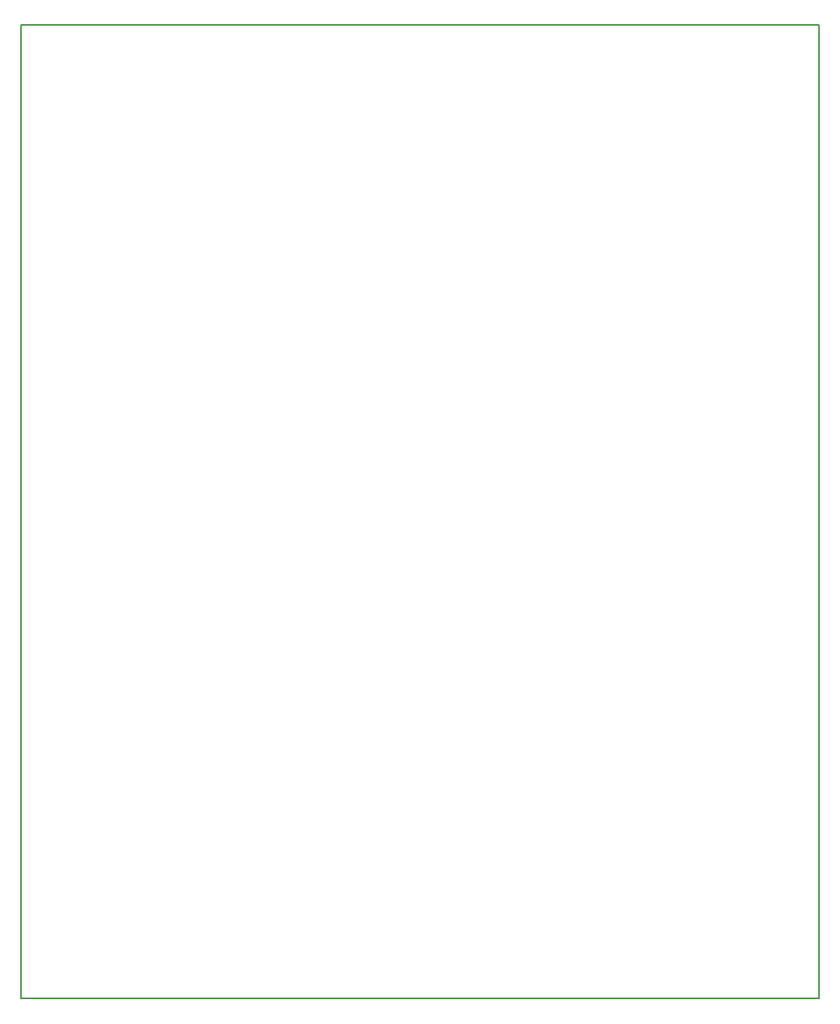
<source format=gko>
G75*
G70*
%OFA0B0*%
%FSLAX25Y25*%
%IPPOS*%
%LPD*%
%AMOC8*
5,1,8,0,0,1.08239X$1,22.5*
%
%ADD58C,0.00787*%
X0000000Y0000000D02*
%LPD*%
G01*
D58*
X0000000Y0000000D02*
X0342520Y0000000D01*
X0342520Y0000000D02*
X0342520Y0417323D01*
X0342520Y0417323D02*
X0000000Y0417323D01*
X0000000Y0417323D02*
X0000000Y0000000D01*
X0116598Y0280464D02*
G01*
G75*
X0121309Y0057037D02*
G01*
G75*
X0118701Y0298819D02*
G01*
G75*
X0236174Y0065237D02*
G01*
G75*
X0320571Y0276889D02*
G01*
G75*
X0321014Y0213006D02*
G01*
G75*
X0228025Y0020030D02*
G01*
G75*
X0243612Y0001778D02*
G01*
G75*
M02*

</source>
